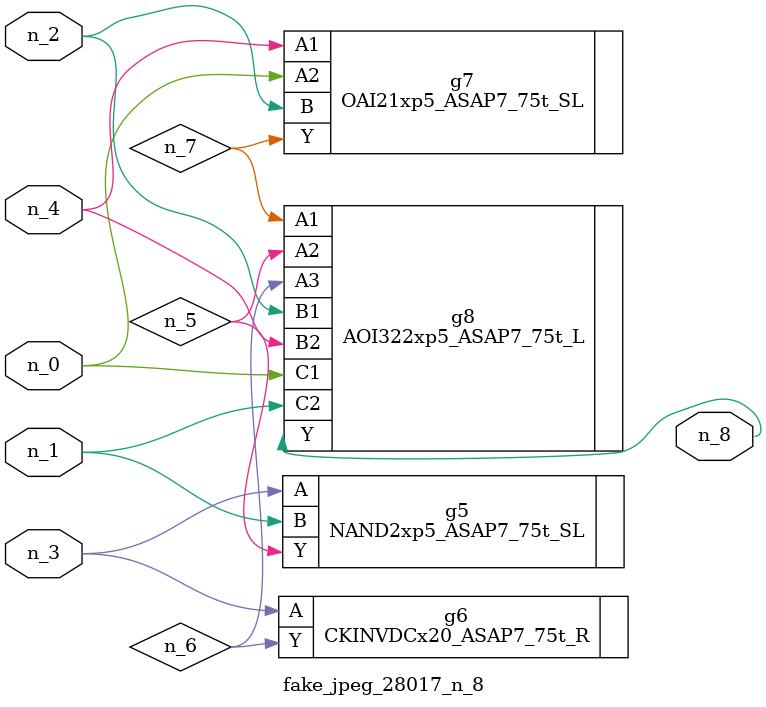
<source format=v>
module fake_jpeg_28017_n_8 (n_3, n_2, n_1, n_0, n_4, n_8);

input n_3;
input n_2;
input n_1;
input n_0;
input n_4;

output n_8;

wire n_6;
wire n_5;
wire n_7;

NAND2xp5_ASAP7_75t_SL g5 ( 
.A(n_3),
.B(n_1),
.Y(n_5)
);

CKINVDCx20_ASAP7_75t_R g6 ( 
.A(n_3),
.Y(n_6)
);

OAI21xp5_ASAP7_75t_SL g7 ( 
.A1(n_4),
.A2(n_0),
.B(n_2),
.Y(n_7)
);

AOI322xp5_ASAP7_75t_L g8 ( 
.A1(n_7),
.A2(n_5),
.A3(n_6),
.B1(n_2),
.B2(n_4),
.C1(n_0),
.C2(n_1),
.Y(n_8)
);


endmodule
</source>
